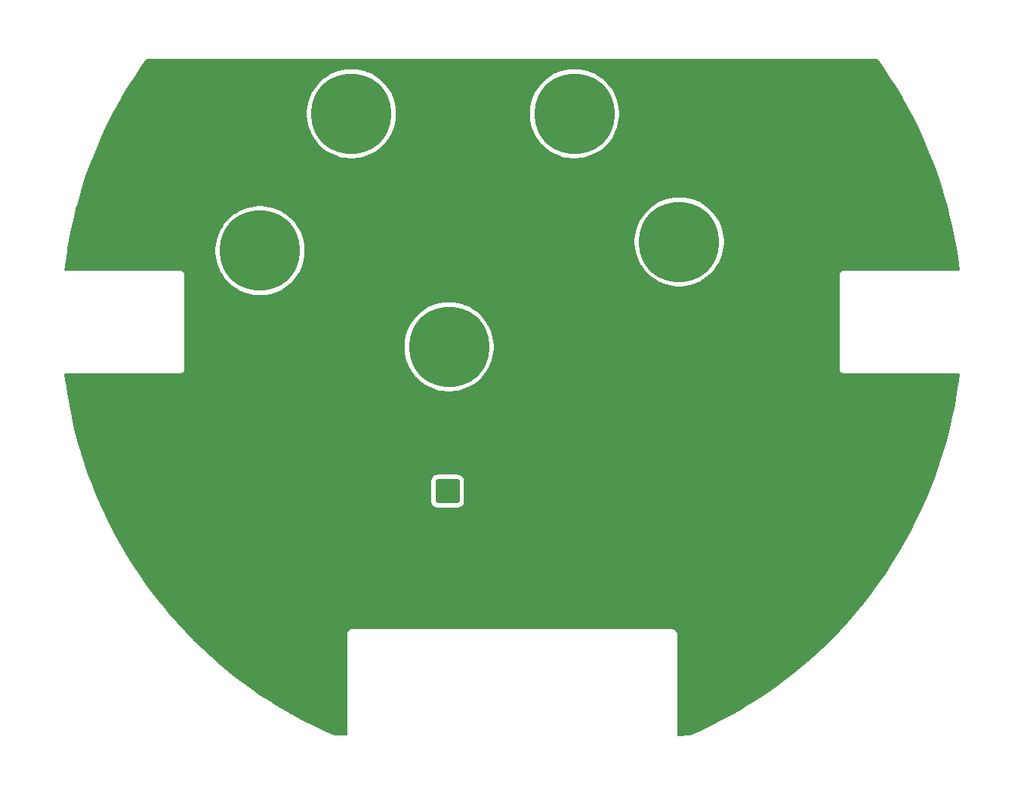
<source format=gbr>
%TF.GenerationSoftware,KiCad,Pcbnew,9.0.3*%
%TF.CreationDate,2025-07-31T21:15:47+09:00*%
%TF.ProjectId,power_circuit,706f7765-725f-4636-9972-637569742e6b,00*%
%TF.SameCoordinates,Original*%
%TF.FileFunction,Copper,L2,Bot*%
%TF.FilePolarity,Positive*%
%FSLAX46Y46*%
G04 Gerber Fmt 4.6, Leading zero omitted, Abs format (unit mm)*
G04 Created by KiCad (PCBNEW 9.0.3) date 2025-07-31 21:15:47*
%MOMM*%
%LPD*%
G01*
G04 APERTURE LIST*
G04 Aperture macros list*
%AMRoundRect*
0 Rectangle with rounded corners*
0 $1 Rounding radius*
0 $2 $3 $4 $5 $6 $7 $8 $9 X,Y pos of 4 corners*
0 Add a 4 corners polygon primitive as box body*
4,1,4,$2,$3,$4,$5,$6,$7,$8,$9,$2,$3,0*
0 Add four circle primitives for the rounded corners*
1,1,$1+$1,$2,$3*
1,1,$1+$1,$4,$5*
1,1,$1+$1,$6,$7*
1,1,$1+$1,$8,$9*
0 Add four rect primitives between the rounded corners*
20,1,$1+$1,$2,$3,$4,$5,0*
20,1,$1+$1,$4,$5,$6,$7,0*
20,1,$1+$1,$6,$7,$8,$9,0*
20,1,$1+$1,$8,$9,$2,$3,0*%
G04 Aperture macros list end*
%TA.AperFunction,ComponentPad*%
%ADD10RoundRect,0.250001X-1.099999X-1.099999X1.099999X-1.099999X1.099999X1.099999X-1.099999X1.099999X0*%
%TD*%
%TA.AperFunction,ComponentPad*%
%ADD11C,2.700000*%
%TD*%
%TA.AperFunction,ComponentPad*%
%ADD12C,0.900000*%
%TD*%
%TA.AperFunction,ComponentPad*%
%ADD13C,9.000000*%
%TD*%
G04 APERTURE END LIST*
D10*
%TO.P,J7,1,Pin_1*%
%TO.N,+24V*%
X63020000Y-83625000D03*
D11*
%TO.P,J7,2,Pin_2*%
%TO.N,GND*%
X66980000Y-83625000D03*
%TD*%
D12*
%TO.P,J2,1,Pin_1*%
%TO.N,GND*%
X75611485Y-67213515D03*
X76600000Y-64827030D03*
X76600000Y-69600000D03*
X78986485Y-63838515D03*
D13*
X78986485Y-67213515D03*
D12*
X78986485Y-70588515D03*
X81372970Y-64827030D03*
X81372970Y-69600000D03*
X82361485Y-67213515D03*
%TD*%
%TO.P,J1,1,Pin_1*%
%TO.N,+24V*%
X59811485Y-67413515D03*
X60800000Y-65027030D03*
X60800000Y-69800000D03*
X63186485Y-64038515D03*
D13*
X63186485Y-67413515D03*
D12*
X63186485Y-70788515D03*
X65572970Y-65027030D03*
X65572970Y-69800000D03*
X66561485Y-67413515D03*
%TD*%
D13*
%TO.P,J5,1,1*%
%TO.N,+24V*%
X42000000Y-56625000D03*
%TO.P,J5,2,2*%
%TO.N,GND*%
X53000000Y-56625000D03*
%TD*%
%TO.P,J3,1,1*%
%TO.N,+24V*%
X52250000Y-41250000D03*
%TO.P,J3,2,2*%
%TO.N,GND*%
X63250000Y-41250000D03*
%TD*%
%TO.P,J4,1,1*%
%TO.N,+24V*%
X77250000Y-41250000D03*
%TO.P,J4,2,2*%
%TO.N,GND*%
X88250000Y-41250000D03*
%TD*%
%TO.P,J6,1,1*%
%TO.N,+24V*%
X89000000Y-55625000D03*
%TO.P,J6,2,2*%
%TO.N,GND*%
X100000000Y-55625000D03*
%TD*%
%TA.AperFunction,Conductor*%
%TO.N,GND*%
G36*
X111256280Y-35136177D02*
G01*
X111290474Y-35168883D01*
X111873534Y-35993151D01*
X111875381Y-35995836D01*
X112611678Y-37097021D01*
X112613454Y-37099754D01*
X113320549Y-38219903D01*
X113322253Y-38222682D01*
X113999693Y-39361077D01*
X114001322Y-39363900D01*
X114648564Y-40519630D01*
X114650083Y-40522427D01*
X115266769Y-41694849D01*
X115268248Y-41697753D01*
X115853910Y-42885984D01*
X115855312Y-42888927D01*
X116409498Y-44092051D01*
X116410823Y-44095029D01*
X116933219Y-45312352D01*
X116934465Y-45315364D01*
X117424683Y-46545989D01*
X117425849Y-46549032D01*
X117883549Y-47792105D01*
X117884635Y-47795178D01*
X118309520Y-49049893D01*
X118310524Y-49052994D01*
X118702264Y-50318376D01*
X118703187Y-50321502D01*
X119061537Y-51596756D01*
X119062378Y-51599905D01*
X119387101Y-52884189D01*
X119387858Y-52887359D01*
X119678703Y-54179682D01*
X119679377Y-54182871D01*
X119936159Y-55482411D01*
X119936749Y-55485617D01*
X120159289Y-56791468D01*
X120159794Y-56794688D01*
X120347936Y-58105943D01*
X120348356Y-58109174D01*
X120421553Y-58736120D01*
X120409776Y-58804990D01*
X120362634Y-58856560D01*
X120298390Y-58874500D01*
X107434108Y-58874500D01*
X107306812Y-58908608D01*
X107192686Y-58974500D01*
X107192683Y-58974502D01*
X107099502Y-59067683D01*
X107099500Y-59067686D01*
X107033608Y-59181812D01*
X106999500Y-59309108D01*
X106999500Y-69940891D01*
X107033608Y-70068187D01*
X107053611Y-70102832D01*
X107099500Y-70182314D01*
X107192686Y-70275500D01*
X107306814Y-70341392D01*
X107434108Y-70375500D01*
X107434110Y-70375500D01*
X107617246Y-70375500D01*
X107617255Y-70375499D01*
X120298047Y-70375499D01*
X120365086Y-70395184D01*
X120410841Y-70447988D01*
X120421203Y-70513939D01*
X120341936Y-71189999D01*
X120341497Y-71193352D01*
X120144315Y-72553338D01*
X120143784Y-72556677D01*
X119909605Y-73910739D01*
X119908984Y-73914062D01*
X119637964Y-75261271D01*
X119637252Y-75264577D01*
X119329601Y-76603898D01*
X119328799Y-76607182D01*
X118984755Y-77937583D01*
X118983864Y-77940845D01*
X118603664Y-79261408D01*
X118602684Y-79264644D01*
X118186624Y-80574338D01*
X118185556Y-80577546D01*
X117733958Y-81875364D01*
X117732804Y-81878542D01*
X117245966Y-83163619D01*
X117244725Y-83166764D01*
X116723038Y-84438077D01*
X116721712Y-84441188D01*
X116165549Y-85697818D01*
X116164138Y-85700891D01*
X115573942Y-86941842D01*
X115572449Y-86944875D01*
X114948617Y-88169317D01*
X114947041Y-88172309D01*
X114290055Y-89379289D01*
X114288398Y-89382236D01*
X113598754Y-90570843D01*
X113597017Y-90573744D01*
X112875236Y-91743084D01*
X112873421Y-91745937D01*
X112120011Y-92895186D01*
X112118119Y-92897988D01*
X111333660Y-94026261D01*
X111331692Y-94029011D01*
X110516747Y-95135496D01*
X110514705Y-95138190D01*
X109669943Y-96221983D01*
X109667829Y-96224622D01*
X108793759Y-97285066D01*
X108791573Y-97287645D01*
X107888952Y-98323821D01*
X107886696Y-98326340D01*
X106956182Y-99337497D01*
X106953859Y-99339954D01*
X105996070Y-100325418D01*
X105993680Y-100327810D01*
X105009432Y-101286740D01*
X105006979Y-101289066D01*
X103996914Y-102220838D01*
X103994398Y-102223097D01*
X102959309Y-103126978D01*
X102956758Y-103129146D01*
X101897396Y-104004483D01*
X101894760Y-104006601D01*
X100811952Y-104852706D01*
X100809260Y-104854751D01*
X99703762Y-105671037D01*
X99701014Y-105673008D01*
X98573736Y-106458804D01*
X98570937Y-106460700D01*
X97422559Y-107215531D01*
X97419708Y-107217349D01*
X96251243Y-107940547D01*
X96248344Y-107942287D01*
X95060587Y-108633364D01*
X95057641Y-108635025D01*
X93851459Y-109293471D01*
X93848470Y-109295050D01*
X92624815Y-109920352D01*
X92621783Y-109921850D01*
X91381503Y-110513569D01*
X91378432Y-110514983D01*
X90222713Y-111028160D01*
X90177872Y-111038709D01*
X88879981Y-111096135D01*
X88812137Y-111079433D01*
X88764093Y-111028703D01*
X88750500Y-110972256D01*
X88750500Y-99559110D01*
X88750500Y-99559108D01*
X88716392Y-99431814D01*
X88650500Y-99317686D01*
X88557314Y-99224500D01*
X88500250Y-99191554D01*
X88443187Y-99158608D01*
X88379539Y-99141554D01*
X88315892Y-99124500D01*
X52315892Y-99124500D01*
X52184108Y-99124500D01*
X52056812Y-99158608D01*
X51942686Y-99224500D01*
X51942683Y-99224502D01*
X51849502Y-99317683D01*
X51849500Y-99317686D01*
X51783608Y-99431812D01*
X51749500Y-99559108D01*
X51749500Y-110947551D01*
X51729815Y-111014590D01*
X51677011Y-111060345D01*
X51625500Y-111071551D01*
X50404210Y-111071551D01*
X50354103Y-111060976D01*
X49207676Y-110554530D01*
X49204597Y-110553119D01*
X47961017Y-109962648D01*
X47957977Y-109961154D01*
X46730948Y-109336915D01*
X46727950Y-109335338D01*
X45518439Y-108677822D01*
X45515486Y-108676164D01*
X45444502Y-108635025D01*
X45104858Y-108438182D01*
X44324388Y-107985856D01*
X44321480Y-107984117D01*
X43532708Y-107497724D01*
X43149662Y-107261521D01*
X43146842Y-107259728D01*
X41995225Y-106505411D01*
X41992417Y-106503517D01*
X40861800Y-105718004D01*
X40859045Y-105716033D01*
X40255855Y-105272047D01*
X39750341Y-104899956D01*
X39747682Y-104897943D01*
X39098169Y-104391934D01*
X38661636Y-104051849D01*
X38658993Y-104049731D01*
X37596526Y-103174342D01*
X37593941Y-103172153D01*
X36555709Y-102268008D01*
X36553219Y-102265778D01*
X35540125Y-101333660D01*
X35537675Y-101331344D01*
X34720271Y-100536970D01*
X34550347Y-100371833D01*
X34548002Y-100369490D01*
X33634449Y-99431812D01*
X33587323Y-99383441D01*
X33584992Y-99380983D01*
X32651573Y-98369030D01*
X32649311Y-98366509D01*
X31743915Y-97329474D01*
X31741722Y-97326892D01*
X30928518Y-96342422D01*
X30864935Y-96265447D01*
X30862877Y-96262885D01*
X30015440Y-95177927D01*
X30013401Y-95175243D01*
X29985062Y-95136844D01*
X29203337Y-94077599D01*
X29195904Y-94067527D01*
X29193930Y-94064774D01*
X28407015Y-92935172D01*
X28405117Y-92932366D01*
X27649349Y-91781689D01*
X27647529Y-91778833D01*
X26923483Y-90607959D01*
X26921741Y-90605054D01*
X26901856Y-90570843D01*
X26229944Y-89414835D01*
X26228282Y-89411884D01*
X26162526Y-89291287D01*
X25569234Y-88203176D01*
X25567666Y-88200205D01*
X25553430Y-88172309D01*
X24941873Y-86973934D01*
X24940388Y-86970922D01*
X24348325Y-85728022D01*
X24346956Y-85725044D01*
X23789049Y-84466404D01*
X23787755Y-84463376D01*
X23264429Y-83189950D01*
X23263185Y-83186800D01*
X23146445Y-82879083D01*
X22993140Y-82474984D01*
X61169500Y-82474984D01*
X61169500Y-84775015D01*
X61180000Y-84877795D01*
X61180001Y-84877796D01*
X61235186Y-85044335D01*
X61235187Y-85044337D01*
X61327286Y-85193651D01*
X61327289Y-85193655D01*
X61451344Y-85317710D01*
X61451348Y-85317713D01*
X61600662Y-85409812D01*
X61600664Y-85409813D01*
X61600666Y-85409814D01*
X61767203Y-85464999D01*
X61869992Y-85475500D01*
X61869997Y-85475500D01*
X64170003Y-85475500D01*
X64170008Y-85475500D01*
X64272797Y-85464999D01*
X64439334Y-85409814D01*
X64588655Y-85317711D01*
X64712711Y-85193655D01*
X64804814Y-85044334D01*
X64859999Y-84877797D01*
X64870500Y-84775008D01*
X64870500Y-82474992D01*
X64859999Y-82372203D01*
X64804814Y-82205666D01*
X64712711Y-82056345D01*
X64588655Y-81932289D01*
X64588651Y-81932286D01*
X64439337Y-81840187D01*
X64439335Y-81840186D01*
X64356065Y-81812593D01*
X64272797Y-81785001D01*
X64272795Y-81785000D01*
X64170015Y-81774500D01*
X64170008Y-81774500D01*
X61869992Y-81774500D01*
X61869984Y-81774500D01*
X61767204Y-81785000D01*
X61767203Y-81785001D01*
X61600664Y-81840186D01*
X61600662Y-81840187D01*
X61451348Y-81932286D01*
X61451344Y-81932289D01*
X61327289Y-82056344D01*
X61327286Y-82056348D01*
X61235187Y-82205662D01*
X61235186Y-82205664D01*
X61180001Y-82372203D01*
X61180000Y-82372204D01*
X61169500Y-82474984D01*
X22993140Y-82474984D01*
X22774855Y-81899605D01*
X22773716Y-81896472D01*
X22766361Y-81875364D01*
X22320738Y-80596448D01*
X22319684Y-80593286D01*
X21902358Y-79281293D01*
X21901412Y-79278170D01*
X21520074Y-77955251D01*
X21519186Y-77952000D01*
X21515454Y-77937583D01*
X21174146Y-76619242D01*
X21173359Y-76616023D01*
X20864843Y-75274300D01*
X20864146Y-75271067D01*
X20592396Y-73921431D01*
X20591785Y-73918172D01*
X20356998Y-72561595D01*
X20356466Y-72558249D01*
X20254194Y-71853234D01*
X20158828Y-71195821D01*
X20158389Y-71192470D01*
X20078816Y-70513943D01*
X20090558Y-70445067D01*
X20137673Y-70393473D01*
X20201972Y-70375500D01*
X33065890Y-70375500D01*
X33065892Y-70375500D01*
X33193186Y-70341392D01*
X33307314Y-70275500D01*
X33400500Y-70182314D01*
X33466392Y-70068186D01*
X33500500Y-69940892D01*
X33500500Y-67195184D01*
X58185985Y-67195184D01*
X58185985Y-67631845D01*
X58224042Y-68066835D01*
X58224042Y-68066839D01*
X58299864Y-68496842D01*
X58299868Y-68496859D01*
X58412877Y-68918620D01*
X58562225Y-69328949D01*
X58562231Y-69328964D01*
X58746757Y-69724679D01*
X58746765Y-69724695D01*
X58886140Y-69966099D01*
X58965088Y-70102841D01*
X58965092Y-70102847D01*
X58965099Y-70102858D01*
X59215542Y-70460528D01*
X59418415Y-70702302D01*
X59496217Y-70795022D01*
X59804978Y-71103783D01*
X59907726Y-71189999D01*
X60139471Y-71384457D01*
X60497141Y-71634900D01*
X60497148Y-71634904D01*
X60497159Y-71634912D01*
X60875311Y-71853238D01*
X60875320Y-71853242D01*
X61271035Y-72037768D01*
X61271040Y-72037770D01*
X61271053Y-72037776D01*
X61681373Y-72187120D01*
X61681374Y-72187120D01*
X61681379Y-72187122D01*
X61813883Y-72222625D01*
X62103148Y-72300134D01*
X62533167Y-72375958D01*
X62968156Y-72414014D01*
X62968157Y-72414015D01*
X62968158Y-72414015D01*
X63404813Y-72414015D01*
X63404813Y-72414014D01*
X63839803Y-72375958D01*
X64269822Y-72300134D01*
X64691597Y-72187120D01*
X65101917Y-72037776D01*
X65497659Y-71853238D01*
X65875811Y-71634912D01*
X66233497Y-71384458D01*
X66567992Y-71103783D01*
X66876753Y-70795022D01*
X67157428Y-70460527D01*
X67407882Y-70102841D01*
X67626208Y-69724689D01*
X67810746Y-69328947D01*
X67960090Y-68918627D01*
X68073104Y-68496852D01*
X68148928Y-68066833D01*
X68186985Y-67631842D01*
X68186985Y-67195188D01*
X68148928Y-66760197D01*
X68073104Y-66330178D01*
X67960090Y-65908403D01*
X67810746Y-65498083D01*
X67626208Y-65102341D01*
X67407882Y-64724189D01*
X67407874Y-64724178D01*
X67407870Y-64724171D01*
X67157427Y-64366501D01*
X66876750Y-64032005D01*
X66567994Y-63723249D01*
X66233498Y-63442572D01*
X65875828Y-63192129D01*
X65875817Y-63192122D01*
X65875811Y-63192118D01*
X65763463Y-63127254D01*
X65497665Y-62973795D01*
X65497649Y-62973787D01*
X65101934Y-62789261D01*
X65101919Y-62789255D01*
X65101917Y-62789254D01*
X64947786Y-62733155D01*
X64691590Y-62639907D01*
X64269829Y-62526898D01*
X64269832Y-62526898D01*
X64269822Y-62526896D01*
X64269816Y-62526894D01*
X64269812Y-62526894D01*
X63839807Y-62451072D01*
X63404815Y-62413015D01*
X63404812Y-62413015D01*
X62968158Y-62413015D01*
X62968154Y-62413015D01*
X62533164Y-62451072D01*
X62533160Y-62451072D01*
X62103157Y-62526894D01*
X62103140Y-62526898D01*
X61681379Y-62639907D01*
X61271050Y-62789255D01*
X61271035Y-62789261D01*
X60875320Y-62973787D01*
X60875304Y-62973795D01*
X60497167Y-63192113D01*
X60497141Y-63192129D01*
X60139471Y-63442572D01*
X59804975Y-63723249D01*
X59496219Y-64032005D01*
X59215542Y-64366501D01*
X58965099Y-64724171D01*
X58965083Y-64724197D01*
X58746765Y-65102334D01*
X58746757Y-65102350D01*
X58562231Y-65498065D01*
X58562225Y-65498080D01*
X58412877Y-65908409D01*
X58299868Y-66330170D01*
X58299864Y-66330187D01*
X58224042Y-66760190D01*
X58224042Y-66760194D01*
X58185985Y-67195184D01*
X33500500Y-67195184D01*
X33500500Y-59309108D01*
X33466392Y-59181814D01*
X33400500Y-59067686D01*
X33307314Y-58974500D01*
X33240914Y-58936164D01*
X33193187Y-58908608D01*
X33129539Y-58891554D01*
X33065892Y-58874500D01*
X33065891Y-58874500D01*
X20201609Y-58874500D01*
X20134570Y-58854815D01*
X20088815Y-58802011D01*
X20078446Y-58736121D01*
X20101291Y-58540449D01*
X20151646Y-58109143D01*
X20152062Y-58105943D01*
X20176421Y-57936174D01*
X20340213Y-56794624D01*
X20340697Y-56791542D01*
X20406286Y-56406669D01*
X36999500Y-56406669D01*
X36999500Y-56843330D01*
X37037557Y-57278320D01*
X37037557Y-57278324D01*
X37113379Y-57708327D01*
X37113383Y-57708344D01*
X37226392Y-58130105D01*
X37375740Y-58540434D01*
X37375746Y-58540449D01*
X37560272Y-58936164D01*
X37560280Y-58936180D01*
X37636205Y-59067686D01*
X37778603Y-59314326D01*
X37778607Y-59314332D01*
X37778614Y-59314343D01*
X38029057Y-59672013D01*
X38175387Y-59846401D01*
X38309732Y-60006507D01*
X38618493Y-60315268D01*
X38757572Y-60431969D01*
X38952986Y-60595942D01*
X39310656Y-60846385D01*
X39310663Y-60846389D01*
X39310674Y-60846397D01*
X39688826Y-61064723D01*
X39688835Y-61064727D01*
X40084550Y-61249253D01*
X40084555Y-61249255D01*
X40084568Y-61249261D01*
X40494888Y-61398605D01*
X40494889Y-61398605D01*
X40494894Y-61398607D01*
X40627398Y-61434110D01*
X40916663Y-61511619D01*
X41346682Y-61587443D01*
X41781671Y-61625499D01*
X41781672Y-61625500D01*
X41781673Y-61625500D01*
X42218328Y-61625500D01*
X42218328Y-61625499D01*
X42653318Y-61587443D01*
X43083337Y-61511619D01*
X43505112Y-61398605D01*
X43915432Y-61249261D01*
X44311174Y-61064723D01*
X44689326Y-60846397D01*
X45047012Y-60595943D01*
X45381507Y-60315268D01*
X45690268Y-60006507D01*
X45970943Y-59672012D01*
X46221397Y-59314326D01*
X46439723Y-58936174D01*
X46624261Y-58540432D01*
X46773605Y-58130112D01*
X46886619Y-57708337D01*
X46962443Y-57278318D01*
X47000500Y-56843327D01*
X47000500Y-56406673D01*
X46962443Y-55971682D01*
X46961952Y-55968900D01*
X46939811Y-55843327D01*
X46886619Y-55541663D01*
X46850449Y-55406673D01*
X46850448Y-55406669D01*
X83999500Y-55406669D01*
X83999500Y-55843330D01*
X84037557Y-56278320D01*
X84037557Y-56278324D01*
X84113379Y-56708327D01*
X84113383Y-56708344D01*
X84226392Y-57130105D01*
X84375740Y-57540434D01*
X84375746Y-57540449D01*
X84560272Y-57936164D01*
X84560280Y-57936180D01*
X84660159Y-58109175D01*
X84778603Y-58314326D01*
X84778607Y-58314332D01*
X84778614Y-58314343D01*
X85029057Y-58672013D01*
X85138139Y-58802011D01*
X85309732Y-59006507D01*
X85618493Y-59315268D01*
X85757572Y-59431969D01*
X85952986Y-59595942D01*
X86310656Y-59846385D01*
X86310663Y-59846389D01*
X86310674Y-59846397D01*
X86688826Y-60064723D01*
X86688835Y-60064727D01*
X87084550Y-60249253D01*
X87084555Y-60249255D01*
X87084568Y-60249261D01*
X87494888Y-60398605D01*
X87494889Y-60398605D01*
X87494894Y-60398607D01*
X87627398Y-60434110D01*
X87916663Y-60511619D01*
X88346682Y-60587443D01*
X88781671Y-60625499D01*
X88781672Y-60625500D01*
X88781673Y-60625500D01*
X89218328Y-60625500D01*
X89218328Y-60625499D01*
X89653318Y-60587443D01*
X90083337Y-60511619D01*
X90505112Y-60398605D01*
X90915432Y-60249261D01*
X91311174Y-60064723D01*
X91689326Y-59846397D01*
X92047012Y-59595943D01*
X92381507Y-59315268D01*
X92690268Y-59006507D01*
X92970943Y-58672012D01*
X93221397Y-58314326D01*
X93439723Y-57936174D01*
X93624261Y-57540432D01*
X93773605Y-57130112D01*
X93886619Y-56708337D01*
X93962443Y-56278318D01*
X94000500Y-55843327D01*
X94000500Y-55406673D01*
X93962443Y-54971682D01*
X93886619Y-54541663D01*
X93773605Y-54119888D01*
X93624261Y-53709568D01*
X93439723Y-53313826D01*
X93221397Y-52935674D01*
X93221389Y-52935663D01*
X93221385Y-52935656D01*
X92970942Y-52577986D01*
X92690265Y-52243490D01*
X92381509Y-51934734D01*
X92047013Y-51654057D01*
X91689343Y-51403614D01*
X91689332Y-51403607D01*
X91689326Y-51403603D01*
X91576978Y-51338739D01*
X91311180Y-51185280D01*
X91311164Y-51185272D01*
X90915449Y-51000746D01*
X90915434Y-51000740D01*
X90915432Y-51000739D01*
X90761301Y-50944640D01*
X90505105Y-50851392D01*
X90083344Y-50738383D01*
X90083347Y-50738383D01*
X90083337Y-50738381D01*
X90083331Y-50738379D01*
X90083327Y-50738379D01*
X89653322Y-50662557D01*
X89218330Y-50624500D01*
X89218327Y-50624500D01*
X88781673Y-50624500D01*
X88781669Y-50624500D01*
X88346679Y-50662557D01*
X88346675Y-50662557D01*
X87916672Y-50738379D01*
X87916655Y-50738383D01*
X87494894Y-50851392D01*
X87084565Y-51000740D01*
X87084550Y-51000746D01*
X86688835Y-51185272D01*
X86688819Y-51185280D01*
X86310682Y-51403598D01*
X86310656Y-51403614D01*
X85952986Y-51654057D01*
X85618490Y-51934734D01*
X85309734Y-52243490D01*
X85029057Y-52577986D01*
X84778614Y-52935656D01*
X84778598Y-52935682D01*
X84560280Y-53313819D01*
X84560272Y-53313835D01*
X84375746Y-53709550D01*
X84375740Y-53709565D01*
X84226392Y-54119894D01*
X84113383Y-54541655D01*
X84113379Y-54541672D01*
X84037557Y-54971675D01*
X84037557Y-54971679D01*
X83999500Y-55406669D01*
X46850448Y-55406669D01*
X46773607Y-55119894D01*
X46773605Y-55119888D01*
X46624261Y-54709568D01*
X46590375Y-54636900D01*
X46439727Y-54313835D01*
X46439719Y-54313819D01*
X46364116Y-54182871D01*
X46221397Y-53935674D01*
X46221389Y-53935663D01*
X46221385Y-53935656D01*
X45970942Y-53577986D01*
X45749284Y-53313826D01*
X45690268Y-53243493D01*
X45381507Y-52934732D01*
X45288787Y-52856930D01*
X45047013Y-52654057D01*
X44689343Y-52403614D01*
X44689332Y-52403607D01*
X44689326Y-52403603D01*
X44576978Y-52338739D01*
X44311180Y-52185280D01*
X44311164Y-52185272D01*
X43915449Y-52000746D01*
X43915434Y-52000740D01*
X43915432Y-52000739D01*
X43761301Y-51944640D01*
X43505105Y-51851392D01*
X43083344Y-51738383D01*
X43083347Y-51738383D01*
X43083337Y-51738381D01*
X43083331Y-51738379D01*
X43083327Y-51738379D01*
X42653322Y-51662557D01*
X42218330Y-51624500D01*
X42218327Y-51624500D01*
X41781673Y-51624500D01*
X41781669Y-51624500D01*
X41346679Y-51662557D01*
X41346675Y-51662557D01*
X40916672Y-51738379D01*
X40916655Y-51738383D01*
X40494894Y-51851392D01*
X40084565Y-52000740D01*
X40084550Y-52000746D01*
X39688835Y-52185272D01*
X39688819Y-52185280D01*
X39310682Y-52403598D01*
X39310656Y-52403614D01*
X38952986Y-52654057D01*
X38618490Y-52934734D01*
X38309734Y-53243490D01*
X38029057Y-53577986D01*
X37778614Y-53935656D01*
X37778598Y-53935682D01*
X37560280Y-54313819D01*
X37560272Y-54313835D01*
X37375746Y-54709550D01*
X37375740Y-54709565D01*
X37226392Y-55119894D01*
X37113383Y-55541655D01*
X37113379Y-55541672D01*
X37037557Y-55971675D01*
X37037557Y-55971679D01*
X36999500Y-56406669D01*
X20406286Y-56406669D01*
X20563253Y-55485592D01*
X20563839Y-55482411D01*
X20572998Y-55436060D01*
X20820630Y-54182825D01*
X20821285Y-54179728D01*
X21112151Y-52887309D01*
X21112884Y-52884239D01*
X21437621Y-51599900D01*
X21438461Y-51596756D01*
X21796830Y-50321435D01*
X21797714Y-50318442D01*
X22189496Y-49052923D01*
X22190455Y-49049961D01*
X22615367Y-47795165D01*
X22616449Y-47792105D01*
X23074156Y-46549012D01*
X23075315Y-46545989D01*
X23238387Y-46136619D01*
X23565551Y-45315317D01*
X23566779Y-45312352D01*
X24089179Y-44095017D01*
X24090500Y-44092050D01*
X24644727Y-42888839D01*
X24646047Y-42886068D01*
X25231766Y-41697718D01*
X25233222Y-41694863D01*
X25582057Y-41031669D01*
X47249500Y-41031669D01*
X47249500Y-41468330D01*
X47287557Y-41903320D01*
X47287557Y-41903324D01*
X47363379Y-42333327D01*
X47363383Y-42333344D01*
X47476392Y-42755105D01*
X47625740Y-43165434D01*
X47625746Y-43165449D01*
X47810272Y-43561164D01*
X47810277Y-43561174D01*
X48028603Y-43939326D01*
X48028607Y-43939332D01*
X48028614Y-43939343D01*
X48279057Y-44297013D01*
X48481930Y-44538787D01*
X48559732Y-44631507D01*
X48868493Y-44940268D01*
X49007572Y-45056969D01*
X49202986Y-45220942D01*
X49560656Y-45471385D01*
X49560663Y-45471389D01*
X49560674Y-45471397D01*
X49938826Y-45689723D01*
X49938835Y-45689727D01*
X50334550Y-45874253D01*
X50334555Y-45874255D01*
X50334568Y-45874261D01*
X50744888Y-46023605D01*
X50744889Y-46023605D01*
X50744894Y-46023607D01*
X50877398Y-46059110D01*
X51166663Y-46136619D01*
X51596682Y-46212443D01*
X52031671Y-46250499D01*
X52031672Y-46250500D01*
X52031673Y-46250500D01*
X52468328Y-46250500D01*
X52468328Y-46250499D01*
X52903318Y-46212443D01*
X53333337Y-46136619D01*
X53755112Y-46023605D01*
X54165432Y-45874261D01*
X54561174Y-45689723D01*
X54939326Y-45471397D01*
X55297012Y-45220943D01*
X55631507Y-44940268D01*
X55940268Y-44631507D01*
X56220943Y-44297012D01*
X56471397Y-43939326D01*
X56689723Y-43561174D01*
X56874261Y-43165432D01*
X57023605Y-42755112D01*
X57136619Y-42333337D01*
X57212443Y-41903318D01*
X57250500Y-41468327D01*
X57250500Y-41031673D01*
X57250500Y-41031669D01*
X72249500Y-41031669D01*
X72249500Y-41468330D01*
X72287557Y-41903320D01*
X72287557Y-41903324D01*
X72363379Y-42333327D01*
X72363383Y-42333344D01*
X72476392Y-42755105D01*
X72625740Y-43165434D01*
X72625746Y-43165449D01*
X72810272Y-43561164D01*
X72810277Y-43561174D01*
X73028603Y-43939326D01*
X73028607Y-43939332D01*
X73028614Y-43939343D01*
X73279057Y-44297013D01*
X73481930Y-44538787D01*
X73559732Y-44631507D01*
X73868493Y-44940268D01*
X74007572Y-45056969D01*
X74202986Y-45220942D01*
X74560656Y-45471385D01*
X74560663Y-45471389D01*
X74560674Y-45471397D01*
X74938826Y-45689723D01*
X74938835Y-45689727D01*
X75334550Y-45874253D01*
X75334555Y-45874255D01*
X75334568Y-45874261D01*
X75744888Y-46023605D01*
X75744889Y-46023605D01*
X75744894Y-46023607D01*
X75877398Y-46059110D01*
X76166663Y-46136619D01*
X76596682Y-46212443D01*
X77031671Y-46250499D01*
X77031672Y-46250500D01*
X77031673Y-46250500D01*
X77468328Y-46250500D01*
X77468328Y-46250499D01*
X77903318Y-46212443D01*
X78333337Y-46136619D01*
X78755112Y-46023605D01*
X79165432Y-45874261D01*
X79561174Y-45689723D01*
X79939326Y-45471397D01*
X80297012Y-45220943D01*
X80631507Y-44940268D01*
X80940268Y-44631507D01*
X81220943Y-44297012D01*
X81471397Y-43939326D01*
X81689723Y-43561174D01*
X81874261Y-43165432D01*
X82023605Y-42755112D01*
X82136619Y-42333337D01*
X82212443Y-41903318D01*
X82250500Y-41468327D01*
X82250500Y-41031673D01*
X82212443Y-40596682D01*
X82199361Y-40522493D01*
X82190810Y-40473999D01*
X82136619Y-40166663D01*
X82023605Y-39744888D01*
X81874261Y-39334568D01*
X81689723Y-38938826D01*
X81471397Y-38560674D01*
X81471389Y-38560663D01*
X81471385Y-38560656D01*
X81220942Y-38202986D01*
X80940265Y-37868490D01*
X80631509Y-37559734D01*
X80297013Y-37279057D01*
X79939343Y-37028614D01*
X79939332Y-37028607D01*
X79939326Y-37028603D01*
X79826978Y-36963739D01*
X79561180Y-36810280D01*
X79561164Y-36810272D01*
X79165449Y-36625746D01*
X79165434Y-36625740D01*
X79165432Y-36625739D01*
X79011301Y-36569640D01*
X78755105Y-36476392D01*
X78333344Y-36363383D01*
X78333347Y-36363383D01*
X78333337Y-36363381D01*
X78333331Y-36363379D01*
X78333327Y-36363379D01*
X77903322Y-36287557D01*
X77468330Y-36249500D01*
X77468327Y-36249500D01*
X77031673Y-36249500D01*
X77031669Y-36249500D01*
X76596679Y-36287557D01*
X76596675Y-36287557D01*
X76166672Y-36363379D01*
X76166655Y-36363383D01*
X75744894Y-36476392D01*
X75334565Y-36625740D01*
X75334550Y-36625746D01*
X74938835Y-36810272D01*
X74938819Y-36810280D01*
X74560682Y-37028598D01*
X74560656Y-37028614D01*
X74202986Y-37279057D01*
X73868490Y-37559734D01*
X73559734Y-37868490D01*
X73279057Y-38202986D01*
X73028614Y-38560656D01*
X73028598Y-38560682D01*
X72810280Y-38938819D01*
X72810272Y-38938835D01*
X72625746Y-39334550D01*
X72625740Y-39334565D01*
X72476392Y-39744894D01*
X72363383Y-40166655D01*
X72363379Y-40166672D01*
X72287557Y-40596675D01*
X72287557Y-40596679D01*
X72249500Y-41031669D01*
X57250500Y-41031669D01*
X57212443Y-40596682D01*
X57199361Y-40522493D01*
X57190810Y-40473999D01*
X57136619Y-40166663D01*
X57023605Y-39744888D01*
X56874261Y-39334568D01*
X56689723Y-38938826D01*
X56471397Y-38560674D01*
X56471389Y-38560663D01*
X56471385Y-38560656D01*
X56220942Y-38202986D01*
X55940265Y-37868490D01*
X55631509Y-37559734D01*
X55297013Y-37279057D01*
X54939343Y-37028614D01*
X54939332Y-37028607D01*
X54939326Y-37028603D01*
X54826978Y-36963739D01*
X54561180Y-36810280D01*
X54561164Y-36810272D01*
X54165449Y-36625746D01*
X54165434Y-36625740D01*
X54165432Y-36625739D01*
X54011301Y-36569640D01*
X53755105Y-36476392D01*
X53333344Y-36363383D01*
X53333347Y-36363383D01*
X53333337Y-36363381D01*
X53333331Y-36363379D01*
X53333327Y-36363379D01*
X52903322Y-36287557D01*
X52468330Y-36249500D01*
X52468327Y-36249500D01*
X52031673Y-36249500D01*
X52031669Y-36249500D01*
X51596679Y-36287557D01*
X51596675Y-36287557D01*
X51166672Y-36363379D01*
X51166655Y-36363383D01*
X50744894Y-36476392D01*
X50334565Y-36625740D01*
X50334550Y-36625746D01*
X49938835Y-36810272D01*
X49938819Y-36810280D01*
X49560682Y-37028598D01*
X49560656Y-37028614D01*
X49202986Y-37279057D01*
X48868490Y-37559734D01*
X48559734Y-37868490D01*
X48279057Y-38202986D01*
X48028614Y-38560656D01*
X48028598Y-38560682D01*
X47810280Y-38938819D01*
X47810272Y-38938835D01*
X47625746Y-39334550D01*
X47625740Y-39334565D01*
X47476392Y-39744894D01*
X47363383Y-40166655D01*
X47363379Y-40166672D01*
X47287557Y-40596675D01*
X47287557Y-40596679D01*
X47249500Y-41031669D01*
X25582057Y-41031669D01*
X25849945Y-40522368D01*
X25851396Y-40519698D01*
X26498705Y-39363849D01*
X26500278Y-39361123D01*
X27177759Y-38222657D01*
X27179434Y-38219926D01*
X27886567Y-37099718D01*
X27888296Y-37097057D01*
X28624653Y-35995781D01*
X28626428Y-35993202D01*
X29209524Y-35168882D01*
X29264309Y-35125520D01*
X29310756Y-35116492D01*
X111189244Y-35116492D01*
X111256280Y-35136177D01*
G37*
%TD.AperFunction*%
%TD*%
M02*

</source>
